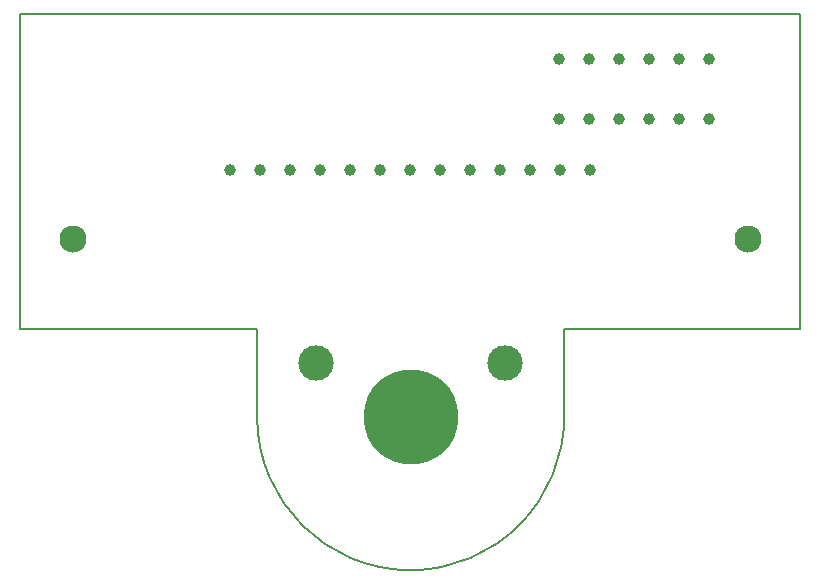
<source format=gbs>
G04 (created by PCBNEW (2012-nov-02)-testing) date Thu 24 Jan 2013 15:35:23 EST*
%MOIN*%
G04 Gerber Fmt 3.4, Leading zero omitted, Abs format*
%FSLAX34Y34*%
G01*
G70*
G90*
G04 APERTURE LIST*
%ADD10C,0.006*%
%ADD11C,0.00590551*%
%ADD12C,0.0393701*%
%ADD13C,0.11811*%
%ADD14C,0.314961*%
%ADD15C,0.0905512*%
G04 APERTURE END LIST*
G54D10*
G54D11*
X90167Y-51299D02*
X98041Y-51299D01*
X90171Y-54187D02*
X90171Y-51312D01*
X85088Y-59344D02*
G75*
G03X90171Y-54190I-35J5118D01*
G74*
G01*
X79935Y-54226D02*
G75*
G03X85053Y-59344I5118J0D01*
G74*
G01*
X79935Y-51312D02*
X79935Y-54344D01*
X79541Y-51312D02*
X79935Y-51312D01*
X98047Y-40818D02*
X98047Y-51318D01*
X72047Y-40818D02*
X98047Y-40818D01*
X72047Y-51318D02*
X72047Y-40818D01*
X72047Y-51318D02*
X79547Y-51318D01*
G54D12*
X91994Y-44318D03*
X90994Y-44318D03*
X89994Y-44318D03*
X89994Y-42318D03*
X90994Y-42318D03*
X91994Y-42318D03*
X92994Y-44318D03*
X93994Y-44318D03*
X94994Y-44318D03*
X94994Y-42318D03*
X93994Y-42318D03*
X92994Y-42318D03*
X79047Y-46011D03*
X80047Y-46011D03*
X81047Y-46011D03*
X82047Y-46011D03*
X83047Y-46011D03*
X84047Y-46011D03*
X85047Y-46011D03*
X86047Y-46011D03*
X87047Y-46011D03*
X88047Y-46011D03*
X89047Y-46011D03*
X90047Y-46011D03*
X91047Y-46011D03*
G54D13*
X81903Y-52454D03*
X88202Y-52454D03*
G54D14*
X85053Y-54226D03*
G54D15*
X73800Y-48318D03*
X96294Y-48318D03*
M02*

</source>
